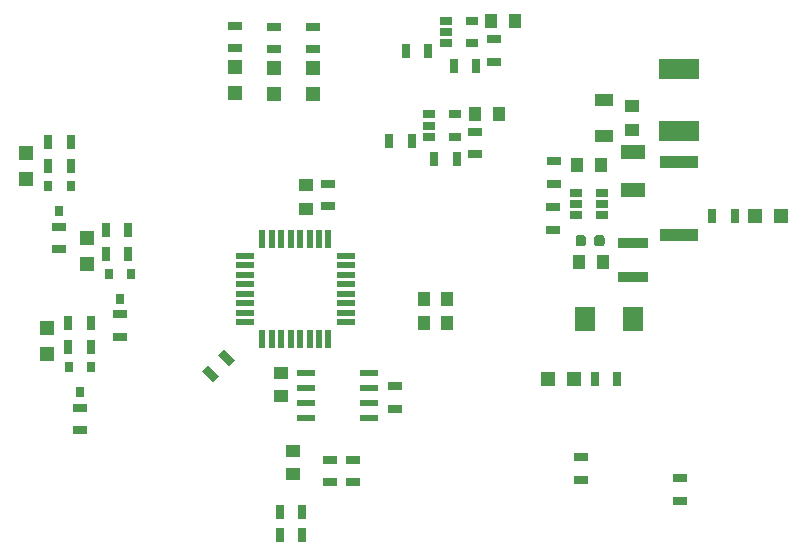
<source format=gtp>
G04 #@! TF.GenerationSoftware,KiCad,Pcbnew,5.0.2-bee76a0~70~ubuntu18.04.1*
G04 #@! TF.CreationDate,2019-04-11T22:59:15-04:00*
G04 #@! TF.ProjectId,throttle,7468726f-7474-46c6-952e-6b696361645f,rev?*
G04 #@! TF.SameCoordinates,Original*
G04 #@! TF.FileFunction,Paste,Top*
G04 #@! TF.FilePolarity,Positive*
%FSLAX46Y46*%
G04 Gerber Fmt 4.6, Leading zero omitted, Abs format (unit mm)*
G04 Created by KiCad (PCBNEW 5.0.2-bee76a0~70~ubuntu18.04.1) date Thu 11 Apr 2019 10:59:15 PM EDT*
%MOMM*%
%LPD*%
G01*
G04 APERTURE LIST*
%ADD10R,0.700000X1.300000*%
%ADD11R,1.300000X0.700000*%
%ADD12C,0.100000*%
%ADD13C,0.875000*%
%ADD14R,1.000000X1.250000*%
%ADD15R,1.200000X1.200000*%
%ADD16R,1.060000X0.650000*%
%ADD17R,1.550000X0.600000*%
%ADD18R,1.250000X1.000000*%
%ADD19R,0.800000X0.900000*%
%ADD20R,3.500000X1.780000*%
%ADD21R,2.500000X0.900000*%
%ADD22R,3.200000X1.000000*%
%ADD23R,1.600000X1.000000*%
%ADD24R,1.778000X2.159000*%
%ADD25R,1.600000X0.550000*%
%ADD26R,0.550000X1.600000*%
%ADD27C,0.700000*%
%ADD28R,2.000000X1.200000*%
G04 APERTURE END LIST*
D10*
G04 #@! TO.C,R2*
X70449400Y-80619600D03*
X72349400Y-80619600D03*
G04 #@! TD*
G04 #@! TO.C,R3*
X72385000Y-78663800D03*
X70485000Y-78663800D03*
G04 #@! TD*
D11*
G04 #@! TO.C,R_2*
X74739500Y-74231500D03*
X74739500Y-76131500D03*
G04 #@! TD*
D12*
G04 #@! TO.C,C102*
G36*
X96191314Y-55237110D02*
X96212549Y-55240260D01*
X96233373Y-55245476D01*
X96253585Y-55252708D01*
X96272991Y-55261887D01*
X96291404Y-55272923D01*
X96308647Y-55285711D01*
X96324553Y-55300127D01*
X96338969Y-55316033D01*
X96351757Y-55333276D01*
X96362793Y-55351689D01*
X96371972Y-55371095D01*
X96379204Y-55391307D01*
X96384420Y-55412131D01*
X96387570Y-55433366D01*
X96388623Y-55454807D01*
X96388623Y-55967307D01*
X96387570Y-55988748D01*
X96384420Y-56009983D01*
X96379204Y-56030807D01*
X96371972Y-56051019D01*
X96362793Y-56070425D01*
X96351757Y-56088838D01*
X96338969Y-56106081D01*
X96324553Y-56121987D01*
X96308647Y-56136403D01*
X96291404Y-56149191D01*
X96272991Y-56160227D01*
X96253585Y-56169406D01*
X96233373Y-56176638D01*
X96212549Y-56181854D01*
X96191314Y-56185004D01*
X96169873Y-56186057D01*
X95732373Y-56186057D01*
X95710932Y-56185004D01*
X95689697Y-56181854D01*
X95668873Y-56176638D01*
X95648661Y-56169406D01*
X95629255Y-56160227D01*
X95610842Y-56149191D01*
X95593599Y-56136403D01*
X95577693Y-56121987D01*
X95563277Y-56106081D01*
X95550489Y-56088838D01*
X95539453Y-56070425D01*
X95530274Y-56051019D01*
X95523042Y-56030807D01*
X95517826Y-56009983D01*
X95514676Y-55988748D01*
X95513623Y-55967307D01*
X95513623Y-55454807D01*
X95514676Y-55433366D01*
X95517826Y-55412131D01*
X95523042Y-55391307D01*
X95530274Y-55371095D01*
X95539453Y-55351689D01*
X95550489Y-55333276D01*
X95563277Y-55316033D01*
X95577693Y-55300127D01*
X95593599Y-55285711D01*
X95610842Y-55272923D01*
X95629255Y-55261887D01*
X95648661Y-55252708D01*
X95668873Y-55245476D01*
X95689697Y-55240260D01*
X95710932Y-55237110D01*
X95732373Y-55236057D01*
X96169873Y-55236057D01*
X96191314Y-55237110D01*
X96191314Y-55237110D01*
G37*
D13*
X95951123Y-55711057D03*
D12*
G36*
X97766314Y-55237110D02*
X97787549Y-55240260D01*
X97808373Y-55245476D01*
X97828585Y-55252708D01*
X97847991Y-55261887D01*
X97866404Y-55272923D01*
X97883647Y-55285711D01*
X97899553Y-55300127D01*
X97913969Y-55316033D01*
X97926757Y-55333276D01*
X97937793Y-55351689D01*
X97946972Y-55371095D01*
X97954204Y-55391307D01*
X97959420Y-55412131D01*
X97962570Y-55433366D01*
X97963623Y-55454807D01*
X97963623Y-55967307D01*
X97962570Y-55988748D01*
X97959420Y-56009983D01*
X97954204Y-56030807D01*
X97946972Y-56051019D01*
X97937793Y-56070425D01*
X97926757Y-56088838D01*
X97913969Y-56106081D01*
X97899553Y-56121987D01*
X97883647Y-56136403D01*
X97866404Y-56149191D01*
X97847991Y-56160227D01*
X97828585Y-56169406D01*
X97808373Y-56176638D01*
X97787549Y-56181854D01*
X97766314Y-56185004D01*
X97744873Y-56186057D01*
X97307373Y-56186057D01*
X97285932Y-56185004D01*
X97264697Y-56181854D01*
X97243873Y-56176638D01*
X97223661Y-56169406D01*
X97204255Y-56160227D01*
X97185842Y-56149191D01*
X97168599Y-56136403D01*
X97152693Y-56121987D01*
X97138277Y-56106081D01*
X97125489Y-56088838D01*
X97114453Y-56070425D01*
X97105274Y-56051019D01*
X97098042Y-56030807D01*
X97092826Y-56009983D01*
X97089676Y-55988748D01*
X97088623Y-55967307D01*
X97088623Y-55454807D01*
X97089676Y-55433366D01*
X97092826Y-55412131D01*
X97098042Y-55391307D01*
X97105274Y-55371095D01*
X97114453Y-55351689D01*
X97125489Y-55333276D01*
X97138277Y-55316033D01*
X97152693Y-55300127D01*
X97168599Y-55285711D01*
X97185842Y-55272923D01*
X97204255Y-55261887D01*
X97223661Y-55252708D01*
X97243873Y-55245476D01*
X97264697Y-55240260D01*
X97285932Y-55237110D01*
X97307373Y-55236057D01*
X97744873Y-55236057D01*
X97766314Y-55237110D01*
X97766314Y-55237110D01*
G37*
D13*
X97526123Y-55711057D03*
G04 #@! TD*
D14*
G04 #@! TO.C,C101*
X95829303Y-57516997D03*
X97829303Y-57516997D03*
G04 #@! TD*
D15*
G04 #@! TO.C,D3*
X73311220Y-41059223D03*
X73311220Y-43259223D03*
G04 #@! TD*
G04 #@! TO.C,D5*
X66707220Y-40975223D03*
X66707220Y-43175223D03*
G04 #@! TD*
D11*
G04 #@! TO.C,R26*
X80200500Y-69911000D03*
X80200500Y-68011000D03*
G04 #@! TD*
D15*
G04 #@! TO.C,D4*
X70009220Y-41038723D03*
X70009220Y-43238723D03*
G04 #@! TD*
D16*
G04 #@! TO.C,U1*
X86767220Y-37065150D03*
X86767220Y-38965150D03*
X84567220Y-38965150D03*
X84567220Y-38015150D03*
X84567220Y-37065150D03*
G04 #@! TD*
D17*
G04 #@! TO.C,U4*
X78052659Y-66887706D03*
X78052659Y-68157706D03*
X78052659Y-69427706D03*
X78052659Y-70697706D03*
X72652659Y-70697706D03*
X72652659Y-69427706D03*
X72652659Y-68157706D03*
X72652659Y-66887706D03*
G04 #@! TD*
D14*
G04 #@! TO.C,C1*
X88377219Y-37065150D03*
X90377219Y-37065150D03*
G04 #@! TD*
G04 #@! TO.C,C2*
X86996219Y-44939150D03*
X88996219Y-44939150D03*
G04 #@! TD*
D18*
G04 #@! TO.C,C4*
X71564500Y-75469500D03*
X71564500Y-73469500D03*
G04 #@! TD*
G04 #@! TO.C,C6*
X70548500Y-68865500D03*
X70548500Y-66865500D03*
G04 #@! TD*
D15*
G04 #@! TO.C,D8*
X54151800Y-57628019D03*
X54151800Y-55428019D03*
G04 #@! TD*
G04 #@! TO.C,D9*
X49008302Y-50452518D03*
X49008302Y-48252518D03*
G04 #@! TD*
G04 #@! TO.C,D10*
X50777368Y-65301234D03*
X50777368Y-63101234D03*
G04 #@! TD*
D19*
G04 #@! TO.C,Q2*
X56945801Y-60592020D03*
X55995801Y-58492020D03*
X57895801Y-58492020D03*
G04 #@! TD*
G04 #@! TO.C,Q3*
X51802301Y-53196518D03*
X50852301Y-51096518D03*
X52752301Y-51096518D03*
G04 #@! TD*
G04 #@! TO.C,Q4*
X53571369Y-68519234D03*
X52621369Y-66419234D03*
X54521369Y-66419234D03*
G04 #@! TD*
D10*
G04 #@! TO.C,R1*
X83043220Y-39605150D03*
X81143220Y-39605150D03*
G04 #@! TD*
G04 #@! TO.C,R6*
X87107218Y-40875150D03*
X85207218Y-40875150D03*
G04 #@! TD*
D11*
G04 #@! TO.C,R7*
X88631220Y-38655150D03*
X88631220Y-40555150D03*
G04 #@! TD*
G04 #@! TO.C,R8*
X73292370Y-37584003D03*
X73292370Y-39484003D03*
G04 #@! TD*
G04 #@! TO.C,R10*
X69990371Y-37584003D03*
X69990371Y-39484003D03*
G04 #@! TD*
G04 #@! TO.C,R11*
X66688369Y-37518004D03*
X66688369Y-39418004D03*
G04 #@! TD*
D10*
G04 #@! TO.C,R13*
X81646220Y-47225150D03*
X79746220Y-47225150D03*
G04 #@! TD*
D11*
G04 #@! TO.C,R15*
X104330500Y-77721500D03*
X104330500Y-75821500D03*
G04 #@! TD*
D10*
G04 #@! TO.C,R16*
X85456220Y-48749150D03*
X83556220Y-48749150D03*
G04 #@! TD*
D11*
G04 #@! TO.C,R17*
X86980219Y-46463150D03*
X86980219Y-48363150D03*
G04 #@! TD*
G04 #@! TO.C,R19*
X96012000Y-74041000D03*
X96012000Y-75941000D03*
G04 #@! TD*
D10*
G04 #@! TO.C,R20*
X55741800Y-54750017D03*
X57641800Y-54750017D03*
G04 #@! TD*
G04 #@! TO.C,R21*
X55741800Y-56782019D03*
X57641800Y-56782019D03*
G04 #@! TD*
D11*
G04 #@! TO.C,R22*
X56945799Y-61928017D03*
X56945799Y-63828017D03*
G04 #@! TD*
D10*
G04 #@! TO.C,R23*
X50852300Y-47320519D03*
X52752300Y-47320519D03*
G04 #@! TD*
G04 #@! TO.C,R24*
X50852301Y-49352517D03*
X52752301Y-49352517D03*
G04 #@! TD*
D11*
G04 #@! TO.C,R25*
X51802300Y-54498519D03*
X51802300Y-56398519D03*
G04 #@! TD*
D10*
G04 #@! TO.C,R27*
X52555369Y-62677233D03*
X54455369Y-62677233D03*
G04 #@! TD*
G04 #@! TO.C,R28*
X52555368Y-64709234D03*
X54455368Y-64709234D03*
G04 #@! TD*
D11*
G04 #@! TO.C,R29*
X53571369Y-69855234D03*
X53571369Y-71755234D03*
G04 #@! TD*
D16*
G04 #@! TO.C,U3*
X85286220Y-45005149D03*
X85286220Y-46905149D03*
X83086220Y-46905149D03*
X83086220Y-45955149D03*
X83086220Y-45005149D03*
G04 #@! TD*
D11*
G04 #@! TO.C,R_1*
X76644500Y-74231500D03*
X76644500Y-76131500D03*
G04 #@! TD*
D20*
G04 #@! TO.C,COUT102*
X104279123Y-46440057D03*
X104279123Y-41160057D03*
G04 #@! TD*
D14*
G04 #@! TO.C,C103*
X95659123Y-49297557D03*
X97659123Y-49297557D03*
G04 #@! TD*
D21*
G04 #@! TO.C,F101*
X100405623Y-58748557D03*
X100405623Y-55848557D03*
G04 #@! TD*
D11*
G04 #@! TO.C,R103*
X93656843Y-50874937D03*
X93656843Y-48974937D03*
G04 #@! TD*
G04 #@! TO.C,R102*
X93641603Y-54761137D03*
X93641603Y-52861137D03*
G04 #@! TD*
D10*
G04 #@! TO.C,R105*
X108978123Y-53569357D03*
X107078123Y-53569357D03*
G04 #@! TD*
D22*
G04 #@! TO.C,R104*
X104284203Y-55241157D03*
X104284203Y-49041157D03*
G04 #@! TD*
D16*
G04 #@! TO.C,U101*
X97743923Y-52591757D03*
X97743923Y-51641757D03*
X97743923Y-53541757D03*
X95543923Y-53541757D03*
X95543923Y-52591757D03*
X95543923Y-51641757D03*
G04 #@! TD*
D23*
G04 #@! TO.C,COUT101*
X97929123Y-43821057D03*
X97929123Y-46821057D03*
G04 #@! TD*
D18*
G04 #@! TO.C,COUT103*
X100278623Y-44297057D03*
X100278623Y-46297057D03*
G04 #@! TD*
D24*
G04 #@! TO.C,D101*
X100405623Y-62315057D03*
X96341623Y-62315057D03*
G04 #@! TD*
D15*
G04 #@! TO.C,D103*
X112928123Y-53569357D03*
X110728123Y-53569357D03*
G04 #@! TD*
G04 #@! TO.C,D102*
X93178123Y-67369357D03*
X95378123Y-67369357D03*
G04 #@! TD*
D10*
G04 #@! TO.C,R101*
X97128123Y-67369357D03*
X99028123Y-67369357D03*
G04 #@! TD*
D18*
G04 #@! TO.C,C8*
X72685292Y-51003669D03*
X72685292Y-53003669D03*
G04 #@! TD*
D14*
G04 #@! TO.C,C9*
X84654792Y-60655669D03*
X82654792Y-60655669D03*
G04 #@! TD*
G04 #@! TO.C,C10*
X84654792Y-62687669D03*
X82654792Y-62687669D03*
G04 #@! TD*
D25*
G04 #@! TO.C,IC1*
X67537293Y-62575668D03*
X67537293Y-61775668D03*
X67537293Y-60975668D03*
X67537293Y-60175668D03*
X67537293Y-59375668D03*
X67537293Y-58575668D03*
X67537293Y-57775668D03*
X67537293Y-56975668D03*
D26*
X68987293Y-55525668D03*
X69787293Y-55525668D03*
X70587293Y-55525668D03*
X71387293Y-55525668D03*
X72187293Y-55525668D03*
X72987293Y-55525668D03*
X73787293Y-55525668D03*
X74587293Y-55525668D03*
D25*
X76037293Y-56975668D03*
X76037293Y-57775668D03*
X76037293Y-58575668D03*
X76037293Y-59375668D03*
X76037293Y-60175668D03*
X76037293Y-60975668D03*
X76037293Y-61775668D03*
X76037293Y-62575668D03*
D26*
X74587293Y-64025668D03*
X73787293Y-64025668D03*
X72987293Y-64025668D03*
X72187293Y-64025668D03*
X71387293Y-64025668D03*
X70587293Y-64025668D03*
X69787293Y-64025668D03*
X68987293Y-64025668D03*
G04 #@! TD*
D11*
G04 #@! TO.C,R30*
X74590292Y-52776669D03*
X74590292Y-50876669D03*
G04 #@! TD*
D27*
G04 #@! TO.C,R31*
X65954292Y-65608669D03*
D12*
G36*
X66166424Y-66315776D02*
X65247185Y-65396537D01*
X65742160Y-64901562D01*
X66661399Y-65820801D01*
X66166424Y-66315776D01*
X66166424Y-66315776D01*
G37*
D27*
X64610790Y-66952171D03*
D12*
G36*
X64822922Y-67659278D02*
X63903683Y-66740039D01*
X64398658Y-66245064D01*
X65317897Y-67164303D01*
X64822922Y-67659278D01*
X64822922Y-67659278D01*
G37*
G04 #@! TD*
D28*
G04 #@! TO.C,L101*
X100344663Y-51392657D03*
X100344663Y-48192657D03*
G04 #@! TD*
M02*

</source>
